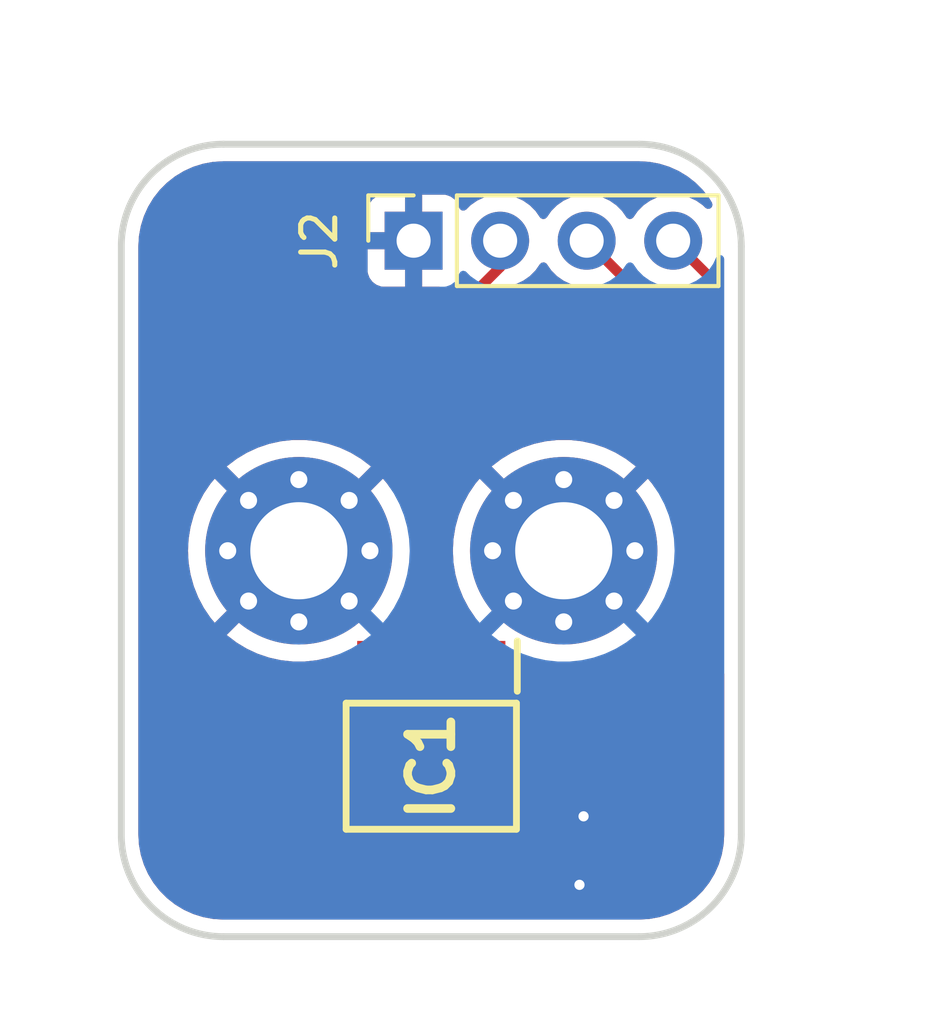
<source format=kicad_pcb>
(kicad_pcb (version 20240108) (generator "pcbnew") (generator_version "8.0")
  (layers (0 "F.Cu" signal) (31 "B.Cu" signal) (34 "B.Paste" user) (35 "F.Paste" user) (36 "B.SilkS" user "B.Silkscreen") (37 "F.SilkS" user "F.Silkscreen") (38 "B.Mask" user) (39 "F.Mask" user) (44 "Edge.Cuts" user))
  (net 0 "")
  (net 3 "Encoder B")
  (net 7 "+5V")
  (net 8 "GND")
  (net 12 "Encoder A")
  (footprint "Connector_PinSocket_2.54mm:PinSocket_1x04_P2.54mm_Vertical" (layer "F.Cu") (at -0.519 -15.418 90)
    (property "Reference" "J2" (at 0 -2.77 90) (layer "F.SilkS"))
    (property "Value" "Conn_01x04_Pin")
    (fp_line (start 1.33 -1.33) (end 1.33 0) (stroke (width 0.12)) (layer "F.SilkS"))
    (fp_line (start 0 -1.33) (end 1.33 -1.33) (stroke (width 0.12)) (layer "F.SilkS"))
    (fp_line (start 1.33 1.27) (end 1.33 8.95) (stroke (width 0.12)) (layer "F.SilkS"))
    (fp_line (start -1.33 1.27) (end 1.33 1.27) (stroke (width 0.12)) (layer "F.SilkS"))
    (fp_line (start -1.33 1.27) (end -1.33 8.95) (stroke (width 0.12)) (layer "F.SilkS"))
    (fp_line (start -1.33 8.95) (end 1.33 8.95) (stroke (width 0.12)) (layer "F.SilkS"))
    (pad "1" thru_hole rect (at 0 0 90) (size 1.7 1.7) (drill 1) (layers "*.Cu" "*.Mask") (net 8 "GND"))
    (pad "2" thru_hole oval (at 0 2.54 90) (size 1.7 1.7) (drill 1) (layers "*.Cu" "*.Mask") (net 3 "Encoder B"))
    (pad "3" thru_hole oval (at 0 5.08 90) (size 1.7 1.7) (drill 1) (layers "*.Cu" "*.Mask") (net 12 "Encoder A"))
    (pad "4" thru_hole oval (at 0 7.62 90) (size 1.7 1.7) (drill 1) (layers "*.Cu" "*.Mask") (net 7 "+5V"))
  )
  (footprint "Bohrloch:Loch" (layer "F.Cu") (at -3.887801 -6.321985)
    (property "Reference" "REF**" (hide yes))
    (property "Value" "Loch" (hide yes))
    (pad "" thru_hole circle (at 0 0) (size 5.5 5.5) (drill 2.85) (layers "*.Cu" "*.Mask") (net 8 "GND"))
    (pad "1" thru_hole circle (at 0 -2.0875) (size 0.7 0.7) (drill 0.5) (layers "*.Cu" "*.Mask") (net 8 "GND"))
    (pad "2" thru_hole circle (at -1.476085 -1.476085 45) (size 0.7 0.7) (drill 0.5) (layers "*.Cu" "*.Mask") (net 8 "GND"))
    (pad "3" thru_hole circle (at -2.0875 0 90) (size 0.7 0.7) (drill 0.5) (layers "*.Cu" "*.Mask") (net 8 "GND"))
    (pad "4" thru_hole circle (at -1.476085 1.476085 135) (size 0.7 0.7) (drill 0.5) (layers "*.Cu" "*.Mask") (net 8 "GND"))
    (pad "5" thru_hole circle (at 0 2.0875 180) (size 0.7 0.7) (drill 0.5) (layers "*.Cu" "*.Mask") (net 8 "GND"))
    (pad "6" thru_hole circle (at 1.476085 1.476085 225) (size 0.7 0.7) (drill 0.5) (layers "*.Cu" "*.Mask") (net 8 "GND"))
    (pad "7" thru_hole circle (at 2.0875 0 270) (size 0.7 0.7) (drill 0.5) (layers "*.Cu" "*.Mask") (net 8 "GND"))
    (pad "8" thru_hole circle (at 1.476085 -1.476085 315) (size 0.7 0.7) (drill 0.5) (layers "*.Cu" "*.Mask") (net 8 "GND"))
  )
  (footprint "Bohrloch:Loch" (layer "F.Cu") (at 3.887801 -6.321985)
    (property "Reference" "REF**" (hide yes))
    (property "Value" "Loch" (hide yes))
    (pad "" thru_hole circle (at 0 0) (size 5.5 5.5) (drill 2.85) (layers "*.Cu" "*.Mask") (net 8 "GND"))
    (pad "1" thru_hole circle (at 0 -2.0875) (size 0.7 0.7) (drill 0.5) (layers "*.Cu" "*.Mask") (net 8 "GND"))
    (pad "2" thru_hole circle (at -1.476085 -1.476085 45) (size 0.7 0.7) (drill 0.5) (layers "*.Cu" "*.Mask") (net 8 "GND"))
    (pad "3" thru_hole circle (at -2.0875 0 90) (size 0.7 0.7) (drill 0.5) (layers "*.Cu" "*.Mask") (net 8 "GND"))
    (pad "4" thru_hole circle (at -1.476085 1.476085 135) (size 0.7 0.7) (drill 0.5) (layers "*.Cu" "*.Mask") (net 8 "GND"))
    (pad "5" thru_hole circle (at 0 2.0875 180) (size 0.7 0.7) (drill 0.5) (layers "*.Cu" "*.Mask") (net 8 "GND"))
    (pad "6" thru_hole circle (at 1.476085 1.476085 225) (size 0.7 0.7) (drill 0.5) (layers "*.Cu" "*.Mask") (net 8 "GND"))
    (pad "7" thru_hole circle (at 2.0875 0 270) (size 0.7 0.7) (drill 0.5) (layers "*.Cu" "*.Mask") (net 8 "GND"))
    (pad "8" thru_hole circle (at 1.476085 -1.476085 315) (size 0.7 0.7) (drill 0.5) (layers "*.Cu" "*.Mask") (net 8 "GND"))
  )
  (footprint "AS5047P-ATSM:SOP65P640X120-14N" (layer "F.Cu") (at 0 0 -90)
    (property "Reference" "IC1" (at 0 0 90) (layer "F.SilkS") (effects (font (size 1.27 1.27) (thickness 0.254))))
    (property "Value" "AS5047P-ATSM" (hide yes))
    (fp_line (start -1.85 2.5) (end -1.85 -2.5) (stroke (width 0.2)) (layer "F.SilkS"))
    (fp_line (start 1.85 2.5) (end -1.85 2.5) (stroke (width 0.2)) (layer "F.SilkS"))
    (fp_line (start -1.85 -2.5) (end 1.85 -2.5) (stroke (width 0.2)) (layer "F.SilkS"))
    (fp_line (start 1.85 -2.5) (end 1.85 2.5) (stroke (width 0.2)) (layer "F.SilkS"))
    (fp_line (start -3.675 -2.525) (end -2.2 -2.525) (stroke (width 0.2)) (layer "F.SilkS"))
    (pad "1" smd rect (at -2.938 -1.95) (size 0.45 1.475) (layers "F.Cu" "F.Paste" "F.Mask"))
    (pad "2" smd rect (at -2.938 -1.3) (size 0.45 1.475) (layers "F.Cu" "F.Paste" "F.Mask"))
    (pad "3" smd rect (at -2.938 -0.65) (size 0.45 1.475) (layers "F.Cu" "F.Paste" "F.Mask"))
    (pad "4" smd rect (at -2.938 0) (size 0.45 1.475) (layers "F.Cu" "F.Paste" "F.Mask"))
    (pad "5" smd rect (at -2.938 0.65) (size 0.45 1.475) (layers "F.Cu" "F.Paste" "F.Mask"))
    (pad "6" smd rect (at -2.938 1.3) (size 0.45 1.475) (layers "F.Cu" "F.Paste" "F.Mask") (net 3 "Encoder B"))
    (pad "7" smd rect (at -2.938 1.95) (size 0.45 1.475) (layers "F.Cu" "F.Paste" "F.Mask") (net 12 "Encoder A"))
    (pad "8" smd rect (at 2.938 1.95) (size 0.45 1.475) (layers "F.Cu" "F.Paste" "F.Mask"))
    (pad "9" smd rect (at 2.938 1.3) (size 0.45 1.475) (layers "F.Cu" "F.Paste" "F.Mask"))
    (pad "10" smd rect (at 2.938 0.65) (size 0.45 1.475) (layers "F.Cu" "F.Paste" "F.Mask"))
    (pad "11" smd rect (at 2.938 0) (size 0.45 1.475) (layers "F.Cu" "F.Paste" "F.Mask") (net 7 "+5V"))
    (pad "12" smd rect (at 2.938 -0.65) (size 0.45 1.475) (layers "F.Cu" "F.Paste" "F.Mask"))
    (pad "13" smd rect (at 2.938 -1.3) (size 0.45 1.475) (layers "F.Cu" "F.Paste" "F.Mask") (net 8 "GND"))
    (pad "14" smd rect (at 2.938 -1.95) (size 0.45 1.475) (layers "F.Cu" "F.Paste" "F.Mask"))
  )
  (gr_arc (start -6.099999 5) (mid -8.22132 4.12132) (end -9.1 1.999999) (stroke (width 0.2)) (layer "Edge.Cuts"))
  (gr_line (start -9.1 -15.249999) (end -9.1 1.999999) (stroke (width 0.2)) (layer "Edge.Cuts"))
  (gr_arc (start 9.1 2) (mid 8.22132 4.12132) (end 6.1 5) (stroke (width 0.2)) (layer "Edge.Cuts"))
  (gr_arc (start 6.1 -18.25) (mid 8.22132 -17.37132) (end 9.1 -15.25) (stroke (width 0.2)) (layer "Edge.Cuts"))
  (gr_line (start 9.1 2) (end 9.1 -15.25) (stroke (width 0.2)) (layer "Edge.Cuts"))
  (gr_arc (start -9.1 -15.249999) (mid -8.22132 -17.37132) (end -6.099999 -18.25) (stroke (width 0.2)) (layer "Edge.Cuts"))
  (gr_line (start -6.099999 5) (end 6.1 5) (stroke (width 0.2)) (layer "Edge.Cuts"))
  (gr_line (start 6.1 -18.25) (end -6.099999 -18.25) (stroke (width 0.2)) (layer "Edge.Cuts"))
  (segment (start -0.35 -5.02) (end -0.35 -12.27) (width 0.3) (layer "F.Cu") (net 3))
  (segment (start 2.021 -14.641) (end 2.021 -15.418) (width 0.3) (layer "F.Cu") (net 3))
  (segment (start -1.3 -4.07) (end -0.35 -5.02) (width 0.3) (layer "F.Cu") (net 3))
  (segment (start -1.3 -2.938) (end -1.3 -4.07) (width 0.3) (layer "F.Cu") (net 3))
  (segment (start -0.35 -12.27) (end 2.021 -14.641) (width 0.3) (layer "F.Cu") (net 3))
  (segment (start 1.19 -0.09) (end 4.77 -0.09) (width 0.3) (layer "F.Cu") (net 7))
  (segment (start 8.1 -3.42) (end 8.1 -14.419) (width 0.3) (layer "F.Cu") (net 7))
  (segment (start 8.1 -14.419) (end 7.101 -15.418) (width 0.3) (layer "F.Cu") (net 7))
  (segment (start 0 2.938) (end 0 1.1) (width 0.3) (layer "F.Cu") (net 7))
  (segment (start 0 1.1) (end 1.19 -0.09) (width 0.3) (layer "F.Cu") (net 7))
  (segment (start 4.77 -0.09) (end 8.1 -3.42) (width 0.3) (layer "F.Cu") (net 7))
  (segment (start 3.59 4.24) (end 4.35 3.48) (width 0.3) (layer "F.Cu") (net 8))
  (segment (start 1.7305 1.47) (end 1.3 1.9005) (width 0.3) (layer "F.Cu") (net 8))
  (segment (start 1.3 1.9005) (end 1.3 2.938) (width 0.3) (layer "F.Cu") (net 8))
  (segment (start 1.3 2.938) (end 1.3 3.9755) (width 0.3) (layer "F.Cu") (net 8))
  (segment (start 1.3 3.9755) (end 1.5645 4.24) (width 0.3) (layer "F.Cu") (net 8))
  (segment (start 4.35 3.48) (end 4.33 3.5) (width 0.3) (layer "F.Cu") (net 8))
  (segment (start 4.47 1.47) (end 1.7305 1.47) (width 0.3) (layer "F.Cu") (net 8))
  (segment (start 1.5645 4.24) (end 3.59 4.24) (width 0.3) (layer "F.Cu") (net 8))
  (via (at 4.35 3.48) (size 0.6) (drill 0.3) (layers "F.Cu" "B.Cu") (net 8))
  (via (at 4.47 1.47) (size 0.6) (drill 0.3) (layers "F.Cu" "B.Cu") (net 8))
  (segment (start -1.95 -2.938) (end -1.95 -1.9255) (width 0.3) (layer "F.Cu") (net 12))
  (segment (start 4.7605 -1.8505) (end 7.42 -4.51) (width 0.3) (layer "F.Cu") (net 12))
  (segment (start 7.42 -12.559) (end 4.561 -15.418) (width 0.3) (layer "F.Cu") (net 12))
  (segment (start -1.875 -1.8505) (end 4.7605 -1.8505) (width 0.3) (layer "F.Cu") (net 12))
  (segment (start 7.42 -4.51) (end 7.42 -12.559) (width 0.3) (layer "F.Cu") (net 12))
  (segment (start -1.95 -1.9255) (end -1.875 -1.8505) (width 0.3) (layer "F.Cu") (net 12))
  (zone (net 8) (net_name "GND") (layers "F&B.Cu") (connect_pads (clearance 0.5)) (min_thickness 0.25) (fill yes (thermal_gap 0.5) (thermal_bridge_width 0.5))
    (polygon (pts (xy -12.66 -22.48) (xy 14.51 -22.48) (xy 14.51 7.58) (xy -12.66 7.58)))
  )
)
</source>
